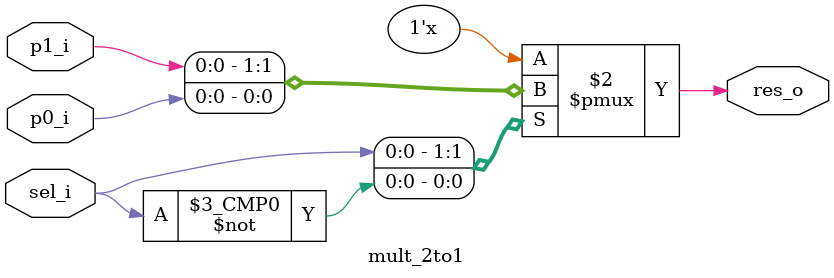
<source format=sv>
module mult_2to1 (
	input p0_i,
	input p1_i,
	input sel_i,
	output res_o
);

always_comb
	case (sel_i)
		1'b1: res_o = p1_i;
		1'b0: res_o = p0_i;
	endcase
endmodule

</source>
